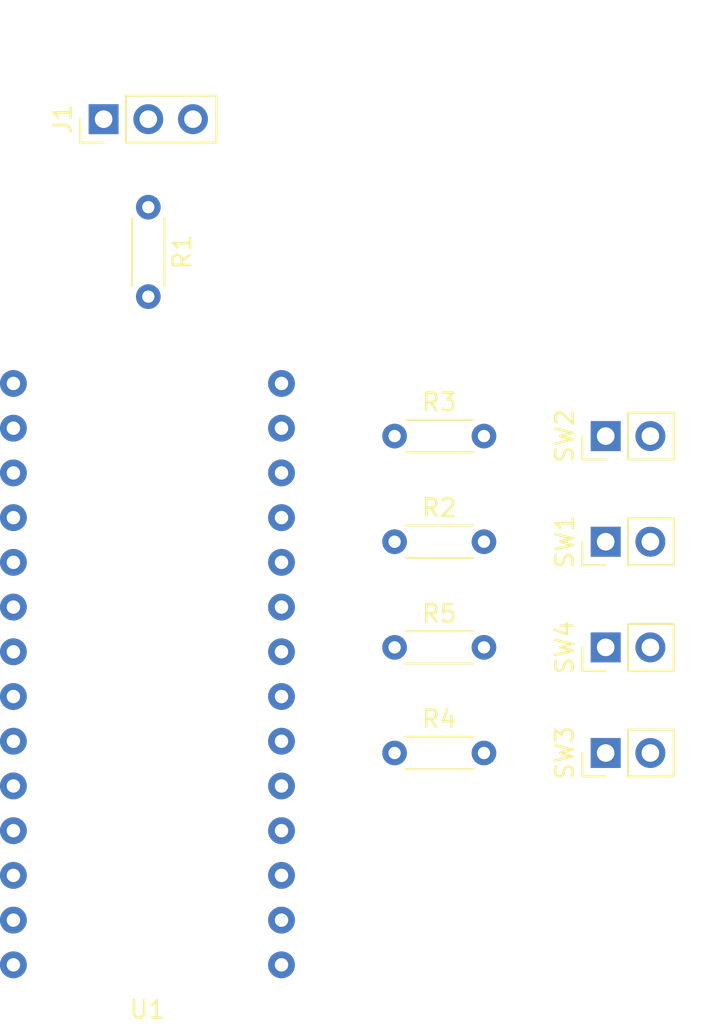
<source format=kicad_pcb>
(kicad_pcb (version 20171130) (host pcbnew "(5.1.0)-1")

  (general
    (thickness 1.6)
    (drawings 0)
    (tracks 0)
    (zones 0)
    (modules 11)
    (nets 30)
  )

  (page A4)
  (layers
    (0 F.Cu signal)
    (31 B.Cu signal)
    (32 B.Adhes user)
    (33 F.Adhes user)
    (34 B.Paste user)
    (35 F.Paste user)
    (36 B.SilkS user)
    (37 F.SilkS user)
    (38 B.Mask user)
    (39 F.Mask user)
    (40 Dwgs.User user)
    (41 Cmts.User user)
    (42 Eco1.User user)
    (43 Eco2.User user)
    (44 Edge.Cuts user)
    (45 Margin user)
    (46 B.CrtYd user)
    (47 F.CrtYd user)
    (48 B.Fab user)
    (49 F.Fab user)
  )

  (setup
    (last_trace_width 0.25)
    (trace_clearance 0.2)
    (zone_clearance 0.508)
    (zone_45_only no)
    (trace_min 0.2)
    (via_size 0.8)
    (via_drill 0.4)
    (via_min_size 0.4)
    (via_min_drill 0.3)
    (uvia_size 0.3)
    (uvia_drill 0.1)
    (uvias_allowed no)
    (uvia_min_size 0.2)
    (uvia_min_drill 0.1)
    (edge_width 0.05)
    (segment_width 0.2)
    (pcb_text_width 0.3)
    (pcb_text_size 1.5 1.5)
    (mod_edge_width 0.12)
    (mod_text_size 1 1)
    (mod_text_width 0.15)
    (pad_size 1.524 1.524)
    (pad_drill 0.762)
    (pad_to_mask_clearance 0.051)
    (solder_mask_min_width 0.25)
    (aux_axis_origin 0 0)
    (visible_elements FFFFFF7F)
    (pcbplotparams
      (layerselection 0x010fc_ffffffff)
      (usegerberextensions false)
      (usegerberattributes false)
      (usegerberadvancedattributes false)
      (creategerberjobfile false)
      (excludeedgelayer true)
      (linewidth 0.100000)
      (plotframeref false)
      (viasonmask false)
      (mode 1)
      (useauxorigin false)
      (hpglpennumber 1)
      (hpglpenspeed 20)
      (hpglpendiameter 15.000000)
      (psnegative false)
      (psa4output false)
      (plotreference true)
      (plotvalue true)
      (plotinvisibletext false)
      (padsonsilk false)
      (subtractmaskfromsilk false)
      (outputformat 1)
      (mirror false)
      (drillshape 1)
      (scaleselection 1)
      (outputdirectory ""))
  )

  (net 0 "")
  (net 1 Teensy_Pin_0)
  (net 2 "Net-(J1-Pad2)")
  (net 3 +5V)
  (net 4 Teensy_Pin_10)
  (net 5 "Net-(R2-Pad2)")
  (net 6 "Net-(R3-Pad2)")
  (net 7 "Net-(R4-Pad2)")
  (net 8 "Net-(R5-Pad2)")
  (net 9 "Net-(U1-Pad5)")
  (net 10 "Net-(U1-Pad6)")
  (net 11 "Net-(U1-Pad7)")
  (net 12 "Net-(U1-Pad8)")
  (net 13 "Net-(U1-Pad9)")
  (net 14 "Net-(U1-Pad10)")
  (net 15 "Net-(U1-Pad11)")
  (net 16 "Net-(U1-Pad13)")
  (net 17 "Net-(U1-Pad14)")
  (net 18 "Net-(U1-Pad15)")
  (net 19 "Net-(U1-Pad16)")
  (net 20 "Net-(U1-Pad17)")
  (net 21 "Net-(U1-Pad18)")
  (net 22 "Net-(U1-Pad19)")
  (net 23 "Net-(U1-Pad20)")
  (net 24 "Net-(U1-Pad21)")
  (net 25 "Net-(U1-Pad22)")
  (net 26 "Net-(U1-Pad23)")
  (net 27 "Net-(U1-Pad24)")
  (net 28 "Net-(U1-Pad25)")
  (net 29 "Net-(U1-Pad26)")

  (net_class Default "This is the default net class."
    (clearance 0.2)
    (trace_width 0.25)
    (via_dia 0.8)
    (via_drill 0.4)
    (uvia_dia 0.3)
    (uvia_drill 0.1)
    (add_net +5V)
    (add_net "Net-(J1-Pad2)")
    (add_net "Net-(R2-Pad2)")
    (add_net "Net-(R3-Pad2)")
    (add_net "Net-(R4-Pad2)")
    (add_net "Net-(R5-Pad2)")
    (add_net "Net-(U1-Pad10)")
    (add_net "Net-(U1-Pad11)")
    (add_net "Net-(U1-Pad13)")
    (add_net "Net-(U1-Pad14)")
    (add_net "Net-(U1-Pad15)")
    (add_net "Net-(U1-Pad16)")
    (add_net "Net-(U1-Pad17)")
    (add_net "Net-(U1-Pad18)")
    (add_net "Net-(U1-Pad19)")
    (add_net "Net-(U1-Pad20)")
    (add_net "Net-(U1-Pad21)")
    (add_net "Net-(U1-Pad22)")
    (add_net "Net-(U1-Pad23)")
    (add_net "Net-(U1-Pad24)")
    (add_net "Net-(U1-Pad25)")
    (add_net "Net-(U1-Pad26)")
    (add_net "Net-(U1-Pad5)")
    (add_net "Net-(U1-Pad6)")
    (add_net "Net-(U1-Pad7)")
    (add_net "Net-(U1-Pad8)")
    (add_net "Net-(U1-Pad9)")
    (add_net Teensy_Pin_0)
    (add_net Teensy_Pin_10)
  )

  (module Connector_PinHeader_2.54mm:PinHeader_1x03_P2.54mm_Vertical (layer F.Cu) (tedit 59FED5CC) (tstamp 5DF06368)
    (at 121.46 81 90)
    (descr "Through hole straight pin header, 1x03, 2.54mm pitch, single row")
    (tags "Through hole pin header THT 1x03 2.54mm single row")
    (path /5DD4A166)
    (fp_text reference J1 (at 0 -2.33 90) (layer F.SilkS)
      (effects (font (size 1 1) (thickness 0.15)))
    )
    (fp_text value Conn_01x03_Male (at 0 7.41 90) (layer F.Fab)
      (effects (font (size 1 1) (thickness 0.15)))
    )
    (fp_line (start -0.635 -1.27) (end 1.27 -1.27) (layer F.Fab) (width 0.1))
    (fp_line (start 1.27 -1.27) (end 1.27 6.35) (layer F.Fab) (width 0.1))
    (fp_line (start 1.27 6.35) (end -1.27 6.35) (layer F.Fab) (width 0.1))
    (fp_line (start -1.27 6.35) (end -1.27 -0.635) (layer F.Fab) (width 0.1))
    (fp_line (start -1.27 -0.635) (end -0.635 -1.27) (layer F.Fab) (width 0.1))
    (fp_line (start -1.33 6.41) (end 1.33 6.41) (layer F.SilkS) (width 0.12))
    (fp_line (start -1.33 1.27) (end -1.33 6.41) (layer F.SilkS) (width 0.12))
    (fp_line (start 1.33 1.27) (end 1.33 6.41) (layer F.SilkS) (width 0.12))
    (fp_line (start -1.33 1.27) (end 1.33 1.27) (layer F.SilkS) (width 0.12))
    (fp_line (start -1.33 0) (end -1.33 -1.33) (layer F.SilkS) (width 0.12))
    (fp_line (start -1.33 -1.33) (end 0 -1.33) (layer F.SilkS) (width 0.12))
    (fp_line (start -1.8 -1.8) (end -1.8 6.85) (layer F.CrtYd) (width 0.05))
    (fp_line (start -1.8 6.85) (end 1.8 6.85) (layer F.CrtYd) (width 0.05))
    (fp_line (start 1.8 6.85) (end 1.8 -1.8) (layer F.CrtYd) (width 0.05))
    (fp_line (start 1.8 -1.8) (end -1.8 -1.8) (layer F.CrtYd) (width 0.05))
    (fp_text user %R (at 2.7178 -0.8509 180) (layer F.Fab)
      (effects (font (size 1 1) (thickness 0.15)))
    )
    (pad 1 thru_hole rect (at 0 0 90) (size 1.7 1.7) (drill 1) (layers *.Cu *.Mask)
      (net 1 Teensy_Pin_0))
    (pad 2 thru_hole oval (at 0 2.54 90) (size 1.7 1.7) (drill 1) (layers *.Cu *.Mask)
      (net 2 "Net-(J1-Pad2)"))
    (pad 3 thru_hole oval (at 0 5.08 90) (size 1.7 1.7) (drill 1) (layers *.Cu *.Mask)
      (net 3 +5V))
    (model ${KISYS3DMOD}/Connector_PinHeader_2.54mm.3dshapes/PinHeader_1x03_P2.54mm_Vertical.wrl
      (at (xyz 0 0 0))
      (scale (xyz 1 1 1))
      (rotate (xyz 0 0 0))
    )
  )

  (module Resistor_THT:R_Axial_DIN0204_L3.6mm_D1.6mm_P5.08mm_Horizontal (layer F.Cu) (tedit 5AE5139B) (tstamp 5DF0637B)
    (at 124 86 270)
    (descr "Resistor, Axial_DIN0204 series, Axial, Horizontal, pin pitch=5.08mm, 0.167W, length*diameter=3.6*1.6mm^2, http://cdn-reichelt.de/documents/datenblatt/B400/1_4W%23YAG.pdf")
    (tags "Resistor Axial_DIN0204 series Axial Horizontal pin pitch 5.08mm 0.167W length 3.6mm diameter 1.6mm")
    (path /5DD4E98D)
    (fp_text reference R1 (at 2.54 -1.92 270) (layer F.SilkS)
      (effects (font (size 1 1) (thickness 0.15)))
    )
    (fp_text value 470 (at 2.54 1.92 270) (layer F.Fab)
      (effects (font (size 1 1) (thickness 0.15)))
    )
    (fp_line (start 0.74 -0.8) (end 0.74 0.8) (layer F.Fab) (width 0.1))
    (fp_line (start 0.74 0.8) (end 4.34 0.8) (layer F.Fab) (width 0.1))
    (fp_line (start 4.34 0.8) (end 4.34 -0.8) (layer F.Fab) (width 0.1))
    (fp_line (start 4.34 -0.8) (end 0.74 -0.8) (layer F.Fab) (width 0.1))
    (fp_line (start 0 0) (end 0.74 0) (layer F.Fab) (width 0.1))
    (fp_line (start 5.08 0) (end 4.34 0) (layer F.Fab) (width 0.1))
    (fp_line (start 0.62 -0.92) (end 4.46 -0.92) (layer F.SilkS) (width 0.12))
    (fp_line (start 0.62 0.92) (end 4.46 0.92) (layer F.SilkS) (width 0.12))
    (fp_line (start -0.95 -1.05) (end -0.95 1.05) (layer F.CrtYd) (width 0.05))
    (fp_line (start -0.95 1.05) (end 6.03 1.05) (layer F.CrtYd) (width 0.05))
    (fp_line (start 6.03 1.05) (end 6.03 -1.05) (layer F.CrtYd) (width 0.05))
    (fp_line (start 6.03 -1.05) (end -0.95 -1.05) (layer F.CrtYd) (width 0.05))
    (fp_text user %R (at 2.5908 0 270) (layer F.Fab)
      (effects (font (size 0.72 0.72) (thickness 0.108)))
    )
    (pad 1 thru_hole circle (at 0 0 270) (size 1.4 1.4) (drill 0.7) (layers *.Cu *.Mask)
      (net 2 "Net-(J1-Pad2)"))
    (pad 2 thru_hole oval (at 5.08 0 270) (size 1.4 1.4) (drill 0.7) (layers *.Cu *.Mask)
      (net 4 Teensy_Pin_10))
    (model ${KISYS3DMOD}/Resistor_THT.3dshapes/R_Axial_DIN0204_L3.6mm_D1.6mm_P5.08mm_Horizontal.wrl
      (at (xyz 0 0 0))
      (scale (xyz 1 1 1))
      (rotate (xyz 0 0 0))
    )
  )

  (module Resistor_THT:R_Axial_DIN0204_L3.6mm_D1.6mm_P5.08mm_Horizontal (layer F.Cu) (tedit 5AE5139B) (tstamp 5DF0638E)
    (at 138 105)
    (descr "Resistor, Axial_DIN0204 series, Axial, Horizontal, pin pitch=5.08mm, 0.167W, length*diameter=3.6*1.6mm^2, http://cdn-reichelt.de/documents/datenblatt/B400/1_4W%23YAG.pdf")
    (tags "Resistor Axial_DIN0204 series Axial Horizontal pin pitch 5.08mm 0.167W length 3.6mm diameter 1.6mm")
    (path /5DD2DE7C)
    (fp_text reference R2 (at 2.54 -1.92) (layer F.SilkS)
      (effects (font (size 1 1) (thickness 0.15)))
    )
    (fp_text value 10K (at 2.54 1.92) (layer F.Fab)
      (effects (font (size 1 1) (thickness 0.15)))
    )
    (fp_line (start 0.74 -0.8) (end 0.74 0.8) (layer F.Fab) (width 0.1))
    (fp_line (start 0.74 0.8) (end 4.34 0.8) (layer F.Fab) (width 0.1))
    (fp_line (start 4.34 0.8) (end 4.34 -0.8) (layer F.Fab) (width 0.1))
    (fp_line (start 4.34 -0.8) (end 0.74 -0.8) (layer F.Fab) (width 0.1))
    (fp_line (start 0 0) (end 0.74 0) (layer F.Fab) (width 0.1))
    (fp_line (start 5.08 0) (end 4.34 0) (layer F.Fab) (width 0.1))
    (fp_line (start 0.62 -0.92) (end 4.46 -0.92) (layer F.SilkS) (width 0.12))
    (fp_line (start 0.62 0.92) (end 4.46 0.92) (layer F.SilkS) (width 0.12))
    (fp_line (start -0.95 -1.05) (end -0.95 1.05) (layer F.CrtYd) (width 0.05))
    (fp_line (start -0.95 1.05) (end 6.03 1.05) (layer F.CrtYd) (width 0.05))
    (fp_line (start 6.03 1.05) (end 6.03 -1.05) (layer F.CrtYd) (width 0.05))
    (fp_line (start 6.03 -1.05) (end -0.95 -1.05) (layer F.CrtYd) (width 0.05))
    (fp_text user %R (at 2.54 0) (layer F.Fab)
      (effects (font (size 0.72 0.72) (thickness 0.108)))
    )
    (pad 1 thru_hole circle (at 0 0) (size 1.4 1.4) (drill 0.7) (layers *.Cu *.Mask)
      (net 3 +5V))
    (pad 2 thru_hole oval (at 5.08 0) (size 1.4 1.4) (drill 0.7) (layers *.Cu *.Mask)
      (net 5 "Net-(R2-Pad2)"))
    (model ${KISYS3DMOD}/Resistor_THT.3dshapes/R_Axial_DIN0204_L3.6mm_D1.6mm_P5.08mm_Horizontal.wrl
      (at (xyz 0 0 0))
      (scale (xyz 1 1 1))
      (rotate (xyz 0 0 0))
    )
  )

  (module Resistor_THT:R_Axial_DIN0204_L3.6mm_D1.6mm_P5.08mm_Horizontal (layer F.Cu) (tedit 5AE5139B) (tstamp 5DF063A1)
    (at 138 99)
    (descr "Resistor, Axial_DIN0204 series, Axial, Horizontal, pin pitch=5.08mm, 0.167W, length*diameter=3.6*1.6mm^2, http://cdn-reichelt.de/documents/datenblatt/B400/1_4W%23YAG.pdf")
    (tags "Resistor Axial_DIN0204 series Axial Horizontal pin pitch 5.08mm 0.167W length 3.6mm diameter 1.6mm")
    (path /5DD2DEAB)
    (fp_text reference R3 (at 2.54 -1.92) (layer F.SilkS)
      (effects (font (size 1 1) (thickness 0.15)))
    )
    (fp_text value 10K (at 2.54 1.92) (layer F.Fab)
      (effects (font (size 1 1) (thickness 0.15)))
    )
    (fp_text user %R (at 2.54 0) (layer F.Fab)
      (effects (font (size 0.72 0.72) (thickness 0.108)))
    )
    (fp_line (start 6.03 -1.05) (end -0.95 -1.05) (layer F.CrtYd) (width 0.05))
    (fp_line (start 6.03 1.05) (end 6.03 -1.05) (layer F.CrtYd) (width 0.05))
    (fp_line (start -0.95 1.05) (end 6.03 1.05) (layer F.CrtYd) (width 0.05))
    (fp_line (start -0.95 -1.05) (end -0.95 1.05) (layer F.CrtYd) (width 0.05))
    (fp_line (start 0.62 0.92) (end 4.46 0.92) (layer F.SilkS) (width 0.12))
    (fp_line (start 0.62 -0.92) (end 4.46 -0.92) (layer F.SilkS) (width 0.12))
    (fp_line (start 5.08 0) (end 4.34 0) (layer F.Fab) (width 0.1))
    (fp_line (start 0 0) (end 0.74 0) (layer F.Fab) (width 0.1))
    (fp_line (start 4.34 -0.8) (end 0.74 -0.8) (layer F.Fab) (width 0.1))
    (fp_line (start 4.34 0.8) (end 4.34 -0.8) (layer F.Fab) (width 0.1))
    (fp_line (start 0.74 0.8) (end 4.34 0.8) (layer F.Fab) (width 0.1))
    (fp_line (start 0.74 -0.8) (end 0.74 0.8) (layer F.Fab) (width 0.1))
    (pad 2 thru_hole oval (at 5.08 0) (size 1.4 1.4) (drill 0.7) (layers *.Cu *.Mask)
      (net 6 "Net-(R3-Pad2)"))
    (pad 1 thru_hole circle (at 0 0) (size 1.4 1.4) (drill 0.7) (layers *.Cu *.Mask)
      (net 3 +5V))
    (model ${KISYS3DMOD}/Resistor_THT.3dshapes/R_Axial_DIN0204_L3.6mm_D1.6mm_P5.08mm_Horizontal.wrl
      (at (xyz 0 0 0))
      (scale (xyz 1 1 1))
      (rotate (xyz 0 0 0))
    )
  )

  (module Resistor_THT:R_Axial_DIN0204_L3.6mm_D1.6mm_P5.08mm_Horizontal (layer F.Cu) (tedit 5AE5139B) (tstamp 5DF063B4)
    (at 138 117)
    (descr "Resistor, Axial_DIN0204 series, Axial, Horizontal, pin pitch=5.08mm, 0.167W, length*diameter=3.6*1.6mm^2, http://cdn-reichelt.de/documents/datenblatt/B400/1_4W%23YAG.pdf")
    (tags "Resistor Axial_DIN0204 series Axial Horizontal pin pitch 5.08mm 0.167W length 3.6mm diameter 1.6mm")
    (path /5DD1E30F)
    (fp_text reference R4 (at 2.54 -1.92) (layer F.SilkS)
      (effects (font (size 1 1) (thickness 0.15)))
    )
    (fp_text value 10K (at 2.54 1.92) (layer F.Fab)
      (effects (font (size 1 1) (thickness 0.15)))
    )
    (fp_line (start 0.74 -0.8) (end 0.74 0.8) (layer F.Fab) (width 0.1))
    (fp_line (start 0.74 0.8) (end 4.34 0.8) (layer F.Fab) (width 0.1))
    (fp_line (start 4.34 0.8) (end 4.34 -0.8) (layer F.Fab) (width 0.1))
    (fp_line (start 4.34 -0.8) (end 0.74 -0.8) (layer F.Fab) (width 0.1))
    (fp_line (start 0 0) (end 0.74 0) (layer F.Fab) (width 0.1))
    (fp_line (start 5.08 0) (end 4.34 0) (layer F.Fab) (width 0.1))
    (fp_line (start 0.62 -0.92) (end 4.46 -0.92) (layer F.SilkS) (width 0.12))
    (fp_line (start 0.62 0.92) (end 4.46 0.92) (layer F.SilkS) (width 0.12))
    (fp_line (start -0.95 -1.05) (end -0.95 1.05) (layer F.CrtYd) (width 0.05))
    (fp_line (start -0.95 1.05) (end 6.03 1.05) (layer F.CrtYd) (width 0.05))
    (fp_line (start 6.03 1.05) (end 6.03 -1.05) (layer F.CrtYd) (width 0.05))
    (fp_line (start 6.03 -1.05) (end -0.95 -1.05) (layer F.CrtYd) (width 0.05))
    (fp_text user %R (at 2.54 0) (layer F.Fab)
      (effects (font (size 0.72 0.72) (thickness 0.108)))
    )
    (pad 1 thru_hole circle (at 0 0) (size 1.4 1.4) (drill 0.7) (layers *.Cu *.Mask)
      (net 3 +5V))
    (pad 2 thru_hole oval (at 5.08 0) (size 1.4 1.4) (drill 0.7) (layers *.Cu *.Mask)
      (net 7 "Net-(R4-Pad2)"))
    (model ${KISYS3DMOD}/Resistor_THT.3dshapes/R_Axial_DIN0204_L3.6mm_D1.6mm_P5.08mm_Horizontal.wrl
      (at (xyz 0 0 0))
      (scale (xyz 1 1 1))
      (rotate (xyz 0 0 0))
    )
  )

  (module Resistor_THT:R_Axial_DIN0204_L3.6mm_D1.6mm_P5.08mm_Horizontal (layer F.Cu) (tedit 5AE5139B) (tstamp 5DF063C7)
    (at 138 111)
    (descr "Resistor, Axial_DIN0204 series, Axial, Horizontal, pin pitch=5.08mm, 0.167W, length*diameter=3.6*1.6mm^2, http://cdn-reichelt.de/documents/datenblatt/B400/1_4W%23YAG.pdf")
    (tags "Resistor Axial_DIN0204 series Axial Horizontal pin pitch 5.08mm 0.167W length 3.6mm diameter 1.6mm")
    (path /5DD26BC0)
    (fp_text reference R5 (at 2.54 -1.92) (layer F.SilkS)
      (effects (font (size 1 1) (thickness 0.15)))
    )
    (fp_text value 10K (at 2.54 1.92) (layer F.Fab)
      (effects (font (size 1 1) (thickness 0.15)))
    )
    (fp_text user %R (at 2.54 0) (layer F.Fab)
      (effects (font (size 0.72 0.72) (thickness 0.108)))
    )
    (fp_line (start 6.03 -1.05) (end -0.95 -1.05) (layer F.CrtYd) (width 0.05))
    (fp_line (start 6.03 1.05) (end 6.03 -1.05) (layer F.CrtYd) (width 0.05))
    (fp_line (start -0.95 1.05) (end 6.03 1.05) (layer F.CrtYd) (width 0.05))
    (fp_line (start -0.95 -1.05) (end -0.95 1.05) (layer F.CrtYd) (width 0.05))
    (fp_line (start 0.62 0.92) (end 4.46 0.92) (layer F.SilkS) (width 0.12))
    (fp_line (start 0.62 -0.92) (end 4.46 -0.92) (layer F.SilkS) (width 0.12))
    (fp_line (start 5.08 0) (end 4.34 0) (layer F.Fab) (width 0.1))
    (fp_line (start 0 0) (end 0.74 0) (layer F.Fab) (width 0.1))
    (fp_line (start 4.34 -0.8) (end 0.74 -0.8) (layer F.Fab) (width 0.1))
    (fp_line (start 4.34 0.8) (end 4.34 -0.8) (layer F.Fab) (width 0.1))
    (fp_line (start 0.74 0.8) (end 4.34 0.8) (layer F.Fab) (width 0.1))
    (fp_line (start 0.74 -0.8) (end 0.74 0.8) (layer F.Fab) (width 0.1))
    (pad 2 thru_hole oval (at 5.08 0) (size 1.4 1.4) (drill 0.7) (layers *.Cu *.Mask)
      (net 8 "Net-(R5-Pad2)"))
    (pad 1 thru_hole circle (at 0 0) (size 1.4 1.4) (drill 0.7) (layers *.Cu *.Mask)
      (net 3 +5V))
    (model ${KISYS3DMOD}/Resistor_THT.3dshapes/R_Axial_DIN0204_L3.6mm_D1.6mm_P5.08mm_Horizontal.wrl
      (at (xyz 0 0 0))
      (scale (xyz 1 1 1))
      (rotate (xyz 0 0 0))
    )
  )

  (module Connector_PinHeader_2.54mm:PinHeader_1x02_P2.54mm_Vertical (layer F.Cu) (tedit 59FED5CC) (tstamp 5DF067BF)
    (at 150 105 90)
    (descr "Through hole straight pin header, 1x02, 2.54mm pitch, single row")
    (tags "Through hole pin header THT 1x02 2.54mm single row")
    (path /5DD2DE86)
    (fp_text reference SW1 (at 0 -2.33 90) (layer F.SilkS)
      (effects (font (size 1 1) (thickness 0.15)))
    )
    (fp_text value SW_Push_Dual (at 0 4.87 90) (layer F.Fab)
      (effects (font (size 1 1) (thickness 0.15)))
    )
    (fp_line (start -0.635 -1.27) (end 1.27 -1.27) (layer F.Fab) (width 0.1))
    (fp_line (start 1.27 -1.27) (end 1.27 3.81) (layer F.Fab) (width 0.1))
    (fp_line (start 1.27 3.81) (end -1.27 3.81) (layer F.Fab) (width 0.1))
    (fp_line (start -1.27 3.81) (end -1.27 -0.635) (layer F.Fab) (width 0.1))
    (fp_line (start -1.27 -0.635) (end -0.635 -1.27) (layer F.Fab) (width 0.1))
    (fp_line (start -1.33 3.87) (end 1.33 3.87) (layer F.SilkS) (width 0.12))
    (fp_line (start -1.33 1.27) (end -1.33 3.87) (layer F.SilkS) (width 0.12))
    (fp_line (start 1.33 1.27) (end 1.33 3.87) (layer F.SilkS) (width 0.12))
    (fp_line (start -1.33 1.27) (end 1.33 1.27) (layer F.SilkS) (width 0.12))
    (fp_line (start -1.33 0) (end -1.33 -1.33) (layer F.SilkS) (width 0.12))
    (fp_line (start -1.33 -1.33) (end 0 -1.33) (layer F.SilkS) (width 0.12))
    (fp_line (start -1.8 -1.8) (end -1.8 4.35) (layer F.CrtYd) (width 0.05))
    (fp_line (start -1.8 4.35) (end 1.8 4.35) (layer F.CrtYd) (width 0.05))
    (fp_line (start 1.8 4.35) (end 1.8 -1.8) (layer F.CrtYd) (width 0.05))
    (fp_line (start 1.8 -1.8) (end -1.8 -1.8) (layer F.CrtYd) (width 0.05))
    (fp_text user %R (at 2.434999 1.27 180) (layer F.Fab)
      (effects (font (size 1 1) (thickness 0.15)))
    )
    (pad 1 thru_hole rect (at 0 0 90) (size 1.7 1.7) (drill 1) (layers *.Cu *.Mask)
      (net 5 "Net-(R2-Pad2)"))
    (pad 2 thru_hole oval (at 0 2.54 90) (size 1.7 1.7) (drill 1) (layers *.Cu *.Mask)
      (net 1 Teensy_Pin_0))
    (model ${KISYS3DMOD}/Connector_PinHeader_2.54mm.3dshapes/PinHeader_1x02_P2.54mm_Vertical.wrl
      (at (xyz 0 0 0))
      (scale (xyz 1 1 1))
      (rotate (xyz 0 0 0))
    )
  )

  (module Connector_PinHeader_2.54mm:PinHeader_1x02_P2.54mm_Vertical (layer F.Cu) (tedit 59FED5CC) (tstamp 5DF063F3)
    (at 150 99 90)
    (descr "Through hole straight pin header, 1x02, 2.54mm pitch, single row")
    (tags "Through hole pin header THT 1x02 2.54mm single row")
    (path /5DD2DEB5)
    (fp_text reference SW2 (at 0 -2.33 90) (layer F.SilkS)
      (effects (font (size 1 1) (thickness 0.15)))
    )
    (fp_text value SW_Push_Dual (at 0 4.87 90) (layer F.Fab)
      (effects (font (size 1 1) (thickness 0.15)))
    )
    (fp_text user %R (at 2.004999 1.27 180) (layer F.Fab)
      (effects (font (size 1 1) (thickness 0.15)))
    )
    (fp_line (start 1.8 -1.8) (end -1.8 -1.8) (layer F.CrtYd) (width 0.05))
    (fp_line (start 1.8 4.35) (end 1.8 -1.8) (layer F.CrtYd) (width 0.05))
    (fp_line (start -1.8 4.35) (end 1.8 4.35) (layer F.CrtYd) (width 0.05))
    (fp_line (start -1.8 -1.8) (end -1.8 4.35) (layer F.CrtYd) (width 0.05))
    (fp_line (start -1.33 -1.33) (end 0 -1.33) (layer F.SilkS) (width 0.12))
    (fp_line (start -1.33 0) (end -1.33 -1.33) (layer F.SilkS) (width 0.12))
    (fp_line (start -1.33 1.27) (end 1.33 1.27) (layer F.SilkS) (width 0.12))
    (fp_line (start 1.33 1.27) (end 1.33 3.87) (layer F.SilkS) (width 0.12))
    (fp_line (start -1.33 1.27) (end -1.33 3.87) (layer F.SilkS) (width 0.12))
    (fp_line (start -1.33 3.87) (end 1.33 3.87) (layer F.SilkS) (width 0.12))
    (fp_line (start -1.27 -0.635) (end -0.635 -1.27) (layer F.Fab) (width 0.1))
    (fp_line (start -1.27 3.81) (end -1.27 -0.635) (layer F.Fab) (width 0.1))
    (fp_line (start 1.27 3.81) (end -1.27 3.81) (layer F.Fab) (width 0.1))
    (fp_line (start 1.27 -1.27) (end 1.27 3.81) (layer F.Fab) (width 0.1))
    (fp_line (start -0.635 -1.27) (end 1.27 -1.27) (layer F.Fab) (width 0.1))
    (pad 2 thru_hole oval (at 0 2.54 90) (size 1.7 1.7) (drill 1) (layers *.Cu *.Mask)
      (net 1 Teensy_Pin_0))
    (pad 1 thru_hole rect (at 0 0 90) (size 1.7 1.7) (drill 1) (layers *.Cu *.Mask)
      (net 6 "Net-(R3-Pad2)"))
    (model ${KISYS3DMOD}/Connector_PinHeader_2.54mm.3dshapes/PinHeader_1x02_P2.54mm_Vertical.wrl
      (at (xyz 0 0 0))
      (scale (xyz 1 1 1))
      (rotate (xyz 0 0 0))
    )
  )

  (module Connector_PinHeader_2.54mm:PinHeader_1x02_P2.54mm_Vertical (layer F.Cu) (tedit 59FED5CC) (tstamp 5DF06409)
    (at 150 117 90)
    (descr "Through hole straight pin header, 1x02, 2.54mm pitch, single row")
    (tags "Through hole pin header THT 1x02 2.54mm single row")
    (path /5DD1EE61)
    (fp_text reference SW3 (at 0 -2.33 90) (layer F.SilkS)
      (effects (font (size 1 1) (thickness 0.15)))
    )
    (fp_text value SW_Push_Dual (at 0 4.87 90) (layer F.Fab)
      (effects (font (size 1 1) (thickness 0.15)))
    )
    (fp_line (start -0.635 -1.27) (end 1.27 -1.27) (layer F.Fab) (width 0.1))
    (fp_line (start 1.27 -1.27) (end 1.27 3.81) (layer F.Fab) (width 0.1))
    (fp_line (start 1.27 3.81) (end -1.27 3.81) (layer F.Fab) (width 0.1))
    (fp_line (start -1.27 3.81) (end -1.27 -0.635) (layer F.Fab) (width 0.1))
    (fp_line (start -1.27 -0.635) (end -0.635 -1.27) (layer F.Fab) (width 0.1))
    (fp_line (start -1.33 3.87) (end 1.33 3.87) (layer F.SilkS) (width 0.12))
    (fp_line (start -1.33 1.27) (end -1.33 3.87) (layer F.SilkS) (width 0.12))
    (fp_line (start 1.33 1.27) (end 1.33 3.87) (layer F.SilkS) (width 0.12))
    (fp_line (start -1.33 1.27) (end 1.33 1.27) (layer F.SilkS) (width 0.12))
    (fp_line (start -1.33 0) (end -1.33 -1.33) (layer F.SilkS) (width 0.12))
    (fp_line (start -1.33 -1.33) (end 0 -1.33) (layer F.SilkS) (width 0.12))
    (fp_line (start -1.8 -1.8) (end -1.8 4.35) (layer F.CrtYd) (width 0.05))
    (fp_line (start -1.8 4.35) (end 1.8 4.35) (layer F.CrtYd) (width 0.05))
    (fp_line (start 1.8 4.35) (end 1.8 -1.8) (layer F.CrtYd) (width 0.05))
    (fp_line (start 1.8 -1.8) (end -1.8 -1.8) (layer F.CrtYd) (width 0.05))
    (fp_text user %R (at 2.004999 1.27 180) (layer F.Fab)
      (effects (font (size 1 1) (thickness 0.15)))
    )
    (pad 1 thru_hole rect (at 0 0 90) (size 1.7 1.7) (drill 1) (layers *.Cu *.Mask)
      (net 7 "Net-(R4-Pad2)"))
    (pad 2 thru_hole oval (at 0 2.54 90) (size 1.7 1.7) (drill 1) (layers *.Cu *.Mask)
      (net 1 Teensy_Pin_0))
    (model ${KISYS3DMOD}/Connector_PinHeader_2.54mm.3dshapes/PinHeader_1x02_P2.54mm_Vertical.wrl
      (at (xyz 0 0 0))
      (scale (xyz 1 1 1))
      (rotate (xyz 0 0 0))
    )
  )

  (module Connector_PinHeader_2.54mm:PinHeader_1x02_P2.54mm_Vertical (layer F.Cu) (tedit 59FED5CC) (tstamp 5DF0641F)
    (at 150 111 90)
    (descr "Through hole straight pin header, 1x02, 2.54mm pitch, single row")
    (tags "Through hole pin header THT 1x02 2.54mm single row")
    (path /5DD26BCA)
    (fp_text reference SW4 (at 0 -2.33 90) (layer F.SilkS)
      (effects (font (size 1 1) (thickness 0.15)))
    )
    (fp_text value SW_Push_Dual (at 0 4.87 90) (layer F.Fab)
      (effects (font (size 1 1) (thickness 0.15)))
    )
    (fp_text user %R (at 2.249999 1.27 180) (layer F.Fab)
      (effects (font (size 1 1) (thickness 0.15)))
    )
    (fp_line (start 1.8 -1.8) (end -1.8 -1.8) (layer F.CrtYd) (width 0.05))
    (fp_line (start 1.8 4.35) (end 1.8 -1.8) (layer F.CrtYd) (width 0.05))
    (fp_line (start -1.8 4.35) (end 1.8 4.35) (layer F.CrtYd) (width 0.05))
    (fp_line (start -1.8 -1.8) (end -1.8 4.35) (layer F.CrtYd) (width 0.05))
    (fp_line (start -1.33 -1.33) (end 0 -1.33) (layer F.SilkS) (width 0.12))
    (fp_line (start -1.33 0) (end -1.33 -1.33) (layer F.SilkS) (width 0.12))
    (fp_line (start -1.33 1.27) (end 1.33 1.27) (layer F.SilkS) (width 0.12))
    (fp_line (start 1.33 1.27) (end 1.33 3.87) (layer F.SilkS) (width 0.12))
    (fp_line (start -1.33 1.27) (end -1.33 3.87) (layer F.SilkS) (width 0.12))
    (fp_line (start -1.33 3.87) (end 1.33 3.87) (layer F.SilkS) (width 0.12))
    (fp_line (start -1.27 -0.635) (end -0.635 -1.27) (layer F.Fab) (width 0.1))
    (fp_line (start -1.27 3.81) (end -1.27 -0.635) (layer F.Fab) (width 0.1))
    (fp_line (start 1.27 3.81) (end -1.27 3.81) (layer F.Fab) (width 0.1))
    (fp_line (start 1.27 -1.27) (end 1.27 3.81) (layer F.Fab) (width 0.1))
    (fp_line (start -0.635 -1.27) (end 1.27 -1.27) (layer F.Fab) (width 0.1))
    (pad 2 thru_hole oval (at 0 2.54 90) (size 1.7 1.7) (drill 1) (layers *.Cu *.Mask)
      (net 1 Teensy_Pin_0))
    (pad 1 thru_hole rect (at 0 0 90) (size 1.7 1.7) (drill 1) (layers *.Cu *.Mask)
      (net 8 "Net-(R5-Pad2)"))
    (model ${KISYS3DMOD}/Connector_PinHeader_2.54mm.3dshapes/PinHeader_1x02_P2.54mm_Vertical.wrl
      (at (xyz 0 0 0))
      (scale (xyz 1 1 1))
      (rotate (xyz 0 0 0))
    )
  )

  (module jsequencer:teensy_3_1 (layer F.Cu) (tedit 5DF00927) (tstamp 5DF0643F)
    (at 123.952 112.522)
    (path /5DE8E8E7)
    (fp_text reference U1 (at 0 19.05) (layer F.SilkS)
      (effects (font (size 1 1) (thickness 0.15)))
    )
    (fp_text value Teensy_3_1 (at 0 -17.78) (layer F.Fab)
      (effects (font (size 1 1) (thickness 0.15)))
    )
    (pad 1 thru_hole circle (at -7.62 -16.51) (size 1.524 1.524) (drill 0.762) (layers *.Cu *.Mask)
      (net 1 Teensy_Pin_0))
    (pad 2 thru_hole circle (at -7.62 -13.97) (size 1.524 1.524) (drill 0.762) (layers *.Cu *.Mask)
      (net 1 Teensy_Pin_0))
    (pad 3 thru_hole circle (at -7.62 -11.43) (size 1.524 1.524) (drill 0.762) (layers *.Cu *.Mask)
      (net 1 Teensy_Pin_0))
    (pad 4 thru_hole circle (at -7.62 -8.89) (size 1.524 1.524) (drill 0.762) (layers *.Cu *.Mask)
      (net 1 Teensy_Pin_0))
    (pad 5 thru_hole circle (at -7.62 -6.35) (size 1.524 1.524) (drill 0.762) (layers *.Cu *.Mask)
      (net 9 "Net-(U1-Pad5)"))
    (pad 6 thru_hole circle (at -7.62 -3.81) (size 1.524 1.524) (drill 0.762) (layers *.Cu *.Mask)
      (net 10 "Net-(U1-Pad6)"))
    (pad 7 thru_hole circle (at -7.62 -1.27) (size 1.524 1.524) (drill 0.762) (layers *.Cu *.Mask)
      (net 11 "Net-(U1-Pad7)"))
    (pad 8 thru_hole circle (at -7.62 1.27) (size 1.524 1.524) (drill 0.762) (layers *.Cu *.Mask)
      (net 12 "Net-(U1-Pad8)"))
    (pad 9 thru_hole circle (at -7.62 3.81) (size 1.524 1.524) (drill 0.762) (layers *.Cu *.Mask)
      (net 13 "Net-(U1-Pad9)"))
    (pad 10 thru_hole circle (at -7.62 6.35) (size 1.524 1.524) (drill 0.762) (layers *.Cu *.Mask)
      (net 14 "Net-(U1-Pad10)"))
    (pad 11 thru_hole circle (at -7.62 8.89) (size 1.524 1.524) (drill 0.762) (layers *.Cu *.Mask)
      (net 15 "Net-(U1-Pad11)"))
    (pad 12 thru_hole circle (at -7.62 11.43) (size 1.524 1.524) (drill 0.762) (layers *.Cu *.Mask)
      (net 4 Teensy_Pin_10))
    (pad 13 thru_hole circle (at -7.62 13.97) (size 1.524 1.524) (drill 0.762) (layers *.Cu *.Mask)
      (net 16 "Net-(U1-Pad13)"))
    (pad 14 thru_hole circle (at -7.62 16.51) (size 1.524 1.524) (drill 0.762) (layers *.Cu *.Mask)
      (net 17 "Net-(U1-Pad14)"))
    (pad 15 thru_hole circle (at 7.62 16.51) (size 1.524 1.524) (drill 0.762) (layers *.Cu *.Mask)
      (net 18 "Net-(U1-Pad15)"))
    (pad 16 thru_hole circle (at 7.62 13.97) (size 1.524 1.524) (drill 0.762) (layers *.Cu *.Mask)
      (net 19 "Net-(U1-Pad16)"))
    (pad 17 thru_hole circle (at 7.62 11.43) (size 1.524 1.524) (drill 0.762) (layers *.Cu *.Mask)
      (net 20 "Net-(U1-Pad17)"))
    (pad 18 thru_hole circle (at 7.62 8.89) (size 1.524 1.524) (drill 0.762) (layers *.Cu *.Mask)
      (net 21 "Net-(U1-Pad18)"))
    (pad 19 thru_hole circle (at 7.62 6.35) (size 1.524 1.524) (drill 0.762) (layers *.Cu *.Mask)
      (net 22 "Net-(U1-Pad19)"))
    (pad 20 thru_hole circle (at 7.62 3.81) (size 1.524 1.524) (drill 0.762) (layers *.Cu *.Mask)
      (net 23 "Net-(U1-Pad20)"))
    (pad 21 thru_hole circle (at 7.62 1.27) (size 1.524 1.524) (drill 0.762) (layers *.Cu *.Mask)
      (net 24 "Net-(U1-Pad21)"))
    (pad 22 thru_hole circle (at 7.62 -1.27) (size 1.524 1.524) (drill 0.762) (layers *.Cu *.Mask)
      (net 25 "Net-(U1-Pad22)"))
    (pad 23 thru_hole circle (at 7.62 -3.81) (size 1.524 1.524) (drill 0.762) (layers *.Cu *.Mask)
      (net 26 "Net-(U1-Pad23)"))
    (pad 24 thru_hole circle (at 7.62 -6.35) (size 1.524 1.524) (drill 0.762) (layers *.Cu *.Mask)
      (net 27 "Net-(U1-Pad24)"))
    (pad 25 thru_hole circle (at 7.62 -8.89) (size 1.524 1.524) (drill 0.762) (layers *.Cu *.Mask)
      (net 28 "Net-(U1-Pad25)"))
    (pad 26 thru_hole circle (at 7.62 -11.43) (size 1.524 1.524) (drill 0.762) (layers *.Cu *.Mask)
      (net 29 "Net-(U1-Pad26)"))
    (pad 27 thru_hole circle (at 7.62 -13.97) (size 1.524 1.524) (drill 0.762) (layers *.Cu *.Mask)
      (net 3 +5V))
    (pad 28 thru_hole circle (at 7.62 -16.51) (size 1.524 1.524) (drill 0.762) (layers *.Cu *.Mask))
  )

)

</source>
